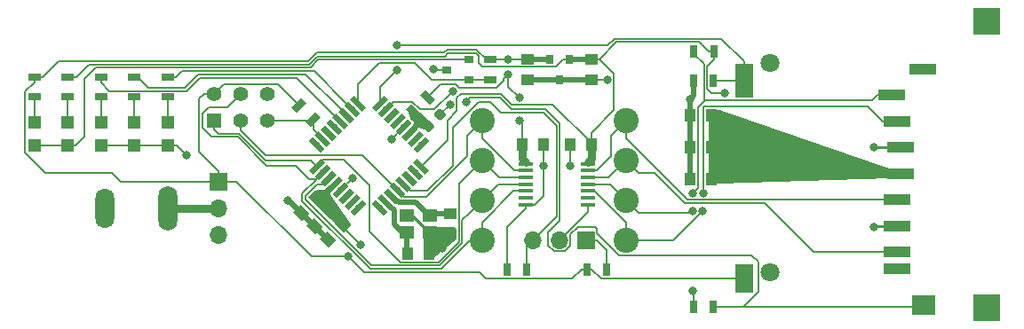
<source format=gbr>
G04 #@! TF.GenerationSoftware,KiCad,Pcbnew,5.0.0-fee4fd1~66~ubuntu14.04.1*
G04 #@! TF.CreationDate,2018-10-04T00:38:09-07:00*
G04 #@! TF.ProjectId,SD_card_dev,53445F636172645F6465762E6B696361,rev?*
G04 #@! TF.SameCoordinates,Original*
G04 #@! TF.FileFunction,Copper,L1,Top,Signal*
G04 #@! TF.FilePolarity,Positive*
%FSLAX46Y46*%
G04 Gerber Fmt 4.6, Leading zero omitted, Abs format (unit mm)*
G04 Created by KiCad (PCBNEW 5.0.0-fee4fd1~66~ubuntu14.04.1) date Thu Oct  4 00:38:09 2018*
%MOMM*%
%LPD*%
G01*
G04 APERTURE LIST*
G04 #@! TA.AperFunction,SMDPad,CuDef*
%ADD10R,1.000000X1.250000*%
G04 #@! TD*
G04 #@! TA.AperFunction,ComponentPad*
%ADD11O,1.800000X3.800000*%
G04 #@! TD*
G04 #@! TA.AperFunction,ComponentPad*
%ADD12O,1.800000X4.300000*%
G04 #@! TD*
G04 #@! TA.AperFunction,SMDPad,CuDef*
%ADD13R,1.250000X1.000000*%
G04 #@! TD*
G04 #@! TA.AperFunction,SMDPad,CuDef*
%ADD14C,1.000000*%
G04 #@! TD*
G04 #@! TA.AperFunction,Conductor*
%ADD15C,0.100000*%
G04 #@! TD*
G04 #@! TA.AperFunction,SMDPad,CuDef*
%ADD16C,0.875000*%
G04 #@! TD*
G04 #@! TA.AperFunction,SMDPad,CuDef*
%ADD17R,1.200000X1.200000*%
G04 #@! TD*
G04 #@! TA.AperFunction,ComponentPad*
%ADD18C,1.400000*%
G04 #@! TD*
G04 #@! TA.AperFunction,ComponentPad*
%ADD19R,1.400000X1.400000*%
G04 #@! TD*
G04 #@! TA.AperFunction,ComponentPad*
%ADD20R,1.700000X1.700000*%
G04 #@! TD*
G04 #@! TA.AperFunction,ComponentPad*
%ADD21O,1.700000X1.700000*%
G04 #@! TD*
G04 #@! TA.AperFunction,SMDPad,CuDef*
%ADD22R,2.600000X2.500000*%
G04 #@! TD*
G04 #@! TA.AperFunction,ComponentPad*
%ADD23C,1.800000*%
G04 #@! TD*
G04 #@! TA.AperFunction,SMDPad,CuDef*
%ADD24R,1.700000X3.300000*%
G04 #@! TD*
G04 #@! TA.AperFunction,SMDPad,CuDef*
%ADD25R,2.300000X1.950000*%
G04 #@! TD*
G04 #@! TA.AperFunction,SMDPad,CuDef*
%ADD26R,1.700000X2.800000*%
G04 #@! TD*
G04 #@! TA.AperFunction,SMDPad,CuDef*
%ADD27R,2.500000X1.100000*%
G04 #@! TD*
G04 #@! TA.AperFunction,SMDPad,CuDef*
%ADD28R,0.900000X0.800000*%
G04 #@! TD*
G04 #@! TA.AperFunction,SMDPad,CuDef*
%ADD29C,0.700000*%
G04 #@! TD*
G04 #@! TA.AperFunction,SMDPad,CuDef*
%ADD30R,1.300000X0.700000*%
G04 #@! TD*
G04 #@! TA.AperFunction,SMDPad,CuDef*
%ADD31R,0.700000X1.300000*%
G04 #@! TD*
G04 #@! TA.AperFunction,ComponentPad*
%ADD32C,2.400000*%
G04 #@! TD*
G04 #@! TA.AperFunction,SMDPad,CuDef*
%ADD33R,0.800000X0.900000*%
G04 #@! TD*
G04 #@! TA.AperFunction,SMDPad,CuDef*
%ADD34C,0.550000*%
G04 #@! TD*
G04 #@! TA.AperFunction,SMDPad,CuDef*
%ADD35R,1.450000X0.450000*%
G04 #@! TD*
G04 #@! TA.AperFunction,SMDPad,CuDef*
%ADD36R,1.400000X1.200000*%
G04 #@! TD*
G04 #@! TA.AperFunction,ViaPad*
%ADD37C,0.800000*%
G04 #@! TD*
G04 #@! TA.AperFunction,Conductor*
%ADD38C,0.254000*%
G04 #@! TD*
G04 #@! TA.AperFunction,Conductor*
%ADD39C,0.152400*%
G04 #@! TD*
G04 #@! TA.AperFunction,Conductor*
%ADD40C,0.508000*%
G04 #@! TD*
G04 #@! TA.AperFunction,Conductor*
%ADD41C,0.762000*%
G04 #@! TD*
G04 #@! TA.AperFunction,Conductor*
%ADD42C,0.200000*%
G04 #@! TD*
G04 APERTURE END LIST*
D10*
G04 #@! TO.P,C8,2*
G04 #@! TO.N,GND*
X107426000Y-109220000D03*
G04 #@! TO.P,C8,1*
G04 #@! TO.N,/XTAL1*
X105426000Y-109220000D03*
G04 #@! TD*
D11*
G04 #@! TO.P,J1,2*
G04 #@! TO.N,GND*
X76550000Y-104902000D03*
D12*
G04 #@! TO.P,J1,1*
G04 #@! TO.N,Net-(J1-Pad1)*
X82550000Y-104902000D03*
G04 #@! TD*
D13*
G04 #@! TO.P,C1,2*
G04 #@! TO.N,GND*
X116840000Y-92694000D03*
G04 #@! TO.P,C1,1*
G04 #@! TO.N,+5V*
X116840000Y-90694000D03*
G04 #@! TD*
G04 #@! TO.P,C2,2*
G04 #@! TO.N,GND*
X122936000Y-92694000D03*
G04 #@! TO.P,C2,1*
G04 #@! TO.N,+3V3*
X122936000Y-90694000D03*
G04 #@! TD*
D14*
G04 #@! TO.P,C3,2*
G04 #@! TO.N,GND*
X95304893Y-105355107D03*
D15*
G04 #@! TD*
G04 #@! TO.N,GND*
G04 #@! TO.C,C3*
G36*
X95216505Y-104559612D02*
X96100388Y-105443495D01*
X95393281Y-106150602D01*
X94509398Y-105266719D01*
X95216505Y-104559612D01*
X95216505Y-104559612D01*
G37*
D14*
G04 #@! TO.P,C3,1*
G04 #@! TO.N,+5V*
X96719107Y-103940893D03*
D15*
G04 #@! TD*
G04 #@! TO.N,+5V*
G04 #@! TO.C,C3*
G36*
X96630719Y-103145398D02*
X97514602Y-104029281D01*
X96807495Y-104736388D01*
X95923612Y-103852505D01*
X96630719Y-103145398D01*
X96630719Y-103145398D01*
G37*
D14*
G04 #@! TO.P,C4,2*
G04 #@! TO.N,GND*
X96574893Y-106625107D03*
D15*
G04 #@! TD*
G04 #@! TO.N,GND*
G04 #@! TO.C,C4*
G36*
X96486505Y-105829612D02*
X97370388Y-106713495D01*
X96663281Y-107420602D01*
X95779398Y-106536719D01*
X96486505Y-105829612D01*
X96486505Y-105829612D01*
G37*
D14*
G04 #@! TO.P,C4,1*
G04 #@! TO.N,+5V*
X97989107Y-105210893D03*
D15*
G04 #@! TD*
G04 #@! TO.N,+5V*
G04 #@! TO.C,C4*
G36*
X97900719Y-104415398D02*
X98784602Y-105299281D01*
X98077495Y-106006388D01*
X97193612Y-105122505D01*
X97900719Y-104415398D01*
X97900719Y-104415398D01*
G37*
D14*
G04 #@! TO.P,C5,2*
G04 #@! TO.N,GND*
X97844893Y-107895107D03*
D15*
G04 #@! TD*
G04 #@! TO.N,GND*
G04 #@! TO.C,C5*
G36*
X97756505Y-107099612D02*
X98640388Y-107983495D01*
X97933281Y-108690602D01*
X97049398Y-107806719D01*
X97756505Y-107099612D01*
X97756505Y-107099612D01*
G37*
D14*
G04 #@! TO.P,C5,1*
G04 #@! TO.N,+5V*
X99259107Y-106480893D03*
D15*
G04 #@! TD*
G04 #@! TO.N,+5V*
G04 #@! TO.C,C5*
G36*
X99170719Y-105685398D02*
X100054602Y-106569281D01*
X99347495Y-107276388D01*
X98463612Y-106392505D01*
X99170719Y-105685398D01*
X99170719Y-105685398D01*
G37*
G04 #@! TO.N,GND*
G04 #@! TO.C,C6*
G36*
X108501771Y-95409580D02*
X108523006Y-95412730D01*
X108543830Y-95417946D01*
X108564042Y-95425178D01*
X108583448Y-95434357D01*
X108601861Y-95445393D01*
X108619104Y-95458181D01*
X108635010Y-95472597D01*
X108997403Y-95834990D01*
X109011819Y-95850896D01*
X109024607Y-95868139D01*
X109035643Y-95886552D01*
X109044822Y-95905958D01*
X109052054Y-95926170D01*
X109057270Y-95946994D01*
X109060420Y-95968229D01*
X109061473Y-95989670D01*
X109060420Y-96011111D01*
X109057270Y-96032346D01*
X109052054Y-96053170D01*
X109044822Y-96073382D01*
X109035643Y-96092788D01*
X109024607Y-96111201D01*
X109011819Y-96128444D01*
X108997403Y-96144350D01*
X108688044Y-96453709D01*
X108672138Y-96468125D01*
X108654895Y-96480913D01*
X108636482Y-96491949D01*
X108617076Y-96501128D01*
X108596864Y-96508360D01*
X108576040Y-96513576D01*
X108554805Y-96516726D01*
X108533364Y-96517779D01*
X108511923Y-96516726D01*
X108490688Y-96513576D01*
X108469864Y-96508360D01*
X108449652Y-96501128D01*
X108430246Y-96491949D01*
X108411833Y-96480913D01*
X108394590Y-96468125D01*
X108378684Y-96453709D01*
X108016291Y-96091316D01*
X108001875Y-96075410D01*
X107989087Y-96058167D01*
X107978051Y-96039754D01*
X107968872Y-96020348D01*
X107961640Y-96000136D01*
X107956424Y-95979312D01*
X107953274Y-95958077D01*
X107952221Y-95936636D01*
X107953274Y-95915195D01*
X107956424Y-95893960D01*
X107961640Y-95873136D01*
X107968872Y-95852924D01*
X107978051Y-95833518D01*
X107989087Y-95815105D01*
X108001875Y-95797862D01*
X108016291Y-95781956D01*
X108325650Y-95472597D01*
X108341556Y-95458181D01*
X108358799Y-95445393D01*
X108377212Y-95434357D01*
X108396618Y-95425178D01*
X108416830Y-95417946D01*
X108437654Y-95412730D01*
X108458889Y-95409580D01*
X108480330Y-95408527D01*
X108501771Y-95409580D01*
X108501771Y-95409580D01*
G37*
D16*
G04 #@! TD*
G04 #@! TO.P,C6,2*
G04 #@! TO.N,GND*
X108506847Y-95963153D03*
D15*
G04 #@! TO.N,/AVCC*
G04 #@! TO.C,C6*
G36*
X107388077Y-96523274D02*
X107409312Y-96526424D01*
X107430136Y-96531640D01*
X107450348Y-96538872D01*
X107469754Y-96548051D01*
X107488167Y-96559087D01*
X107505410Y-96571875D01*
X107521316Y-96586291D01*
X107883709Y-96948684D01*
X107898125Y-96964590D01*
X107910913Y-96981833D01*
X107921949Y-97000246D01*
X107931128Y-97019652D01*
X107938360Y-97039864D01*
X107943576Y-97060688D01*
X107946726Y-97081923D01*
X107947779Y-97103364D01*
X107946726Y-97124805D01*
X107943576Y-97146040D01*
X107938360Y-97166864D01*
X107931128Y-97187076D01*
X107921949Y-97206482D01*
X107910913Y-97224895D01*
X107898125Y-97242138D01*
X107883709Y-97258044D01*
X107574350Y-97567403D01*
X107558444Y-97581819D01*
X107541201Y-97594607D01*
X107522788Y-97605643D01*
X107503382Y-97614822D01*
X107483170Y-97622054D01*
X107462346Y-97627270D01*
X107441111Y-97630420D01*
X107419670Y-97631473D01*
X107398229Y-97630420D01*
X107376994Y-97627270D01*
X107356170Y-97622054D01*
X107335958Y-97614822D01*
X107316552Y-97605643D01*
X107298139Y-97594607D01*
X107280896Y-97581819D01*
X107264990Y-97567403D01*
X106902597Y-97205010D01*
X106888181Y-97189104D01*
X106875393Y-97171861D01*
X106864357Y-97153448D01*
X106855178Y-97134042D01*
X106847946Y-97113830D01*
X106842730Y-97093006D01*
X106839580Y-97071771D01*
X106838527Y-97050330D01*
X106839580Y-97028889D01*
X106842730Y-97007654D01*
X106847946Y-96986830D01*
X106855178Y-96966618D01*
X106864357Y-96947212D01*
X106875393Y-96928799D01*
X106888181Y-96911556D01*
X106902597Y-96895650D01*
X107211956Y-96586291D01*
X107227862Y-96571875D01*
X107245105Y-96559087D01*
X107263518Y-96548051D01*
X107282924Y-96538872D01*
X107303136Y-96531640D01*
X107323960Y-96526424D01*
X107345195Y-96523274D01*
X107366636Y-96522221D01*
X107388077Y-96523274D01*
X107388077Y-96523274D01*
G37*
D16*
G04 #@! TD*
G04 #@! TO.P,C6,1*
G04 #@! TO.N,/AVCC*
X107393153Y-97076847D03*
D13*
G04 #@! TO.P,C7,2*
G04 #@! TO.N,GND*
X109474000Y-107426000D03*
G04 #@! TO.P,C7,1*
G04 #@! TO.N,/XTAL2*
X109474000Y-105426000D03*
G04 #@! TD*
D10*
G04 #@! TO.P,C9,2*
G04 #@! TO.N,GND*
X118348000Y-98806000D03*
G04 #@! TO.P,C9,1*
G04 #@! TO.N,+5V*
X116348000Y-98806000D03*
G04 #@! TD*
G04 #@! TO.P,C10,2*
G04 #@! TO.N,GND*
X120920000Y-98806000D03*
G04 #@! TO.P,C10,1*
G04 #@! TO.N,+3V3*
X122920000Y-98806000D03*
G04 #@! TD*
D17*
G04 #@! TO.P,D1,1*
G04 #@! TO.N,GND*
X76200000Y-98890000D03*
G04 #@! TO.P,D1,2*
G04 #@! TO.N,Net-(D1-Pad2)*
X76200000Y-96690000D03*
G04 #@! TD*
G04 #@! TO.P,D2,1*
G04 #@! TO.N,GND*
X79375000Y-98890000D03*
G04 #@! TO.P,D2,2*
G04 #@! TO.N,Net-(D2-Pad2)*
X79375000Y-96690000D03*
G04 #@! TD*
G04 #@! TO.P,D3,1*
G04 #@! TO.N,GND*
X82550000Y-98890000D03*
G04 #@! TO.P,D3,2*
G04 #@! TO.N,Net-(D3-Pad2)*
X82550000Y-96690000D03*
G04 #@! TD*
G04 #@! TO.P,D4,1*
G04 #@! TO.N,/cathode*
X69850000Y-98890000D03*
G04 #@! TO.P,D4,2*
G04 #@! TO.N,Net-(D4-Pad2)*
X69850000Y-96690000D03*
G04 #@! TD*
G04 #@! TO.P,D5,1*
G04 #@! TO.N,/cathode*
X73025000Y-98890000D03*
G04 #@! TO.P,D5,2*
G04 #@! TO.N,Net-(D5-Pad2)*
X73025000Y-96690000D03*
G04 #@! TD*
D18*
G04 #@! TO.P,J2,6*
G04 #@! TO.N,GND*
X92075000Y-93980000D03*
G04 #@! TO.P,J2,5*
G04 #@! TO.N,/RESET*
X92075000Y-96520000D03*
G04 #@! TO.P,J2,4*
G04 #@! TO.N,/MOSI*
X89535000Y-93980000D03*
G04 #@! TO.P,J2,3*
G04 #@! TO.N,/SCK*
X89535000Y-96520000D03*
G04 #@! TO.P,J2,2*
G04 #@! TO.N,+5V*
X86995000Y-93980000D03*
D19*
G04 #@! TO.P,J2,1*
G04 #@! TO.N,/MISO*
X86995000Y-96520000D03*
G04 #@! TD*
D20*
G04 #@! TO.P,J3,1*
G04 #@! TO.N,+5V*
X87376000Y-102362000D03*
D21*
G04 #@! TO.P,J3,2*
G04 #@! TO.N,Net-(J1-Pad1)*
X87376000Y-104902000D03*
G04 #@! TO.P,J3,3*
G04 #@! TO.N,Net-(J3-Pad3)*
X87376000Y-107442000D03*
G04 #@! TD*
D22*
G04 #@! TO.P,J4,*
G04 #@! TO.N,*
X160600000Y-87050000D03*
X160600000Y-114450000D03*
D23*
X140000000Y-111050000D03*
X140000000Y-91050000D03*
D24*
G04 #@! TO.P,J4,12*
G04 #@! TO.N,/Detect*
X137500000Y-92700000D03*
D25*
G04 #@! TO.P,J4,11*
G04 #@! TO.N,/Protect*
X154600000Y-114200000D03*
D26*
G04 #@! TO.P,J4,10*
G04 #@! TO.N,+5V*
X137500000Y-111600000D03*
D27*
G04 #@! TO.P,J4,9*
G04 #@! TO.N,Net-(J4-Pad9)*
X154500000Y-91600000D03*
G04 #@! TO.P,J4,8*
G04 #@! TO.N,Net-(J4-Pad8)*
X152100000Y-110725000D03*
G04 #@! TO.P,J4,7*
G04 #@! TO.N,/MISO_3V3*
X152100000Y-109100000D03*
G04 #@! TO.P,J4,6*
G04 #@! TO.N,GND*
X152100000Y-106600000D03*
G04 #@! TO.P,J4,5*
G04 #@! TO.N,/SCK_3V3*
X152100000Y-104100000D03*
G04 #@! TO.P,J4,4*
G04 #@! TO.N,+3V3*
X152400000Y-101600000D03*
G04 #@! TO.P,J4,3*
G04 #@! TO.N,GND*
X152400000Y-99100000D03*
G04 #@! TO.P,J4,2*
G04 #@! TO.N,/MOSI_3v3*
X152100000Y-96600000D03*
G04 #@! TO.P,J4,1*
G04 #@! TO.N,/SS_3V3*
X151600000Y-94100000D03*
G04 #@! TD*
D20*
G04 #@! TO.P,J5,1*
G04 #@! TO.N,Net-(J5-Pad1)*
X122428000Y-107950000D03*
D21*
G04 #@! TO.P,J5,2*
G04 #@! TO.N,/OE*
X119888000Y-107950000D03*
G04 #@! TO.P,J5,3*
G04 #@! TO.N,/OE_IO*
X117348000Y-107950000D03*
G04 #@! TD*
D28*
G04 #@! TO.P,Q1,3*
G04 #@! TO.N,GND*
X109186000Y-91694000D03*
G04 #@! TO.P,Q1,2*
G04 #@! TO.N,/cathode*
X111286000Y-90744000D03*
G04 #@! TO.P,Q1,1*
G04 #@! TO.N,/LED_drive*
X111286000Y-92644000D03*
G04 #@! TD*
D29*
G04 #@! TO.P,R1,2*
G04 #@! TO.N,/AVCC*
X106008249Y-95667751D03*
D15*
G04 #@! TD*
G04 #@! TO.N,/AVCC*
G04 #@! TO.C,R1*
G36*
X105796117Y-94960644D02*
X106715356Y-95879883D01*
X106220381Y-96374858D01*
X105301142Y-95455619D01*
X105796117Y-94960644D01*
X105796117Y-94960644D01*
G37*
D29*
G04 #@! TO.P,R1,1*
G04 #@! TO.N,+5V*
X107351751Y-94324249D03*
D15*
G04 #@! TD*
G04 #@! TO.N,+5V*
G04 #@! TO.C,R1*
G36*
X107139619Y-93617142D02*
X108058858Y-94536381D01*
X107563883Y-95031356D01*
X106644644Y-94112117D01*
X107139619Y-93617142D01*
X107139619Y-93617142D01*
G37*
D29*
G04 #@! TO.P,R2,2*
G04 #@! TO.N,/RESET*
X96429751Y-96429751D03*
D15*
G04 #@! TD*
G04 #@! TO.N,/RESET*
G04 #@! TO.C,R2*
G36*
X95722644Y-96641883D02*
X96641883Y-95722644D01*
X97136858Y-96217619D01*
X96217619Y-97136858D01*
X95722644Y-96641883D01*
X95722644Y-96641883D01*
G37*
D29*
G04 #@! TO.P,R2,1*
G04 #@! TO.N,+5V*
X95086249Y-95086249D03*
D15*
G04 #@! TD*
G04 #@! TO.N,+5V*
G04 #@! TO.C,R2*
G36*
X94379142Y-95298381D02*
X95298381Y-94379142D01*
X95793356Y-94874117D01*
X94874117Y-95793356D01*
X94379142Y-95298381D01*
X94379142Y-95298381D01*
G37*
D30*
G04 #@! TO.P,R3,2*
G04 #@! TO.N,Net-(D1-Pad2)*
X76200000Y-94295000D03*
G04 #@! TO.P,R3,1*
G04 #@! TO.N,/LED1*
X76200000Y-92395000D03*
G04 #@! TD*
G04 #@! TO.P,R4,2*
G04 #@! TO.N,Net-(D2-Pad2)*
X79375000Y-94295000D03*
G04 #@! TO.P,R4,1*
G04 #@! TO.N,/LED2*
X79375000Y-92395000D03*
G04 #@! TD*
D31*
G04 #@! TO.P,R5,2*
G04 #@! TO.N,GND*
X132654000Y-114300000D03*
G04 #@! TO.P,R5,1*
G04 #@! TO.N,/Protect*
X134554000Y-114300000D03*
G04 #@! TD*
D30*
G04 #@! TO.P,R6,2*
G04 #@! TO.N,Net-(D3-Pad2)*
X82550000Y-94295000D03*
G04 #@! TO.P,R6,1*
G04 #@! TO.N,/LED3*
X82550000Y-92395000D03*
G04 #@! TD*
D31*
G04 #@! TO.P,R7,2*
G04 #@! TO.N,GND*
X132654000Y-92710000D03*
G04 #@! TO.P,R7,1*
G04 #@! TO.N,/Detect*
X134554000Y-92710000D03*
G04 #@! TD*
G04 #@! TO.P,R8,2*
G04 #@! TO.N,Net-(J5-Pad1)*
X124394000Y-110744000D03*
G04 #@! TO.P,R8,1*
G04 #@! TO.N,+5V*
X122494000Y-110744000D03*
G04 #@! TD*
G04 #@! TO.P,R9,2*
G04 #@! TO.N,GND*
X114874000Y-110744000D03*
G04 #@! TO.P,R9,1*
G04 #@! TO.N,/OE_IO*
X116774000Y-110744000D03*
G04 #@! TD*
D30*
G04 #@! TO.P,R10,2*
G04 #@! TO.N,Net-(D4-Pad2)*
X69850000Y-94295000D03*
G04 #@! TO.P,R10,1*
G04 #@! TO.N,+5V*
X69850000Y-92395000D03*
G04 #@! TD*
G04 #@! TO.P,R11,2*
G04 #@! TO.N,Net-(D5-Pad2)*
X73025000Y-94295000D03*
G04 #@! TO.P,R11,1*
G04 #@! TO.N,+3V3*
X73025000Y-92395000D03*
G04 #@! TD*
G04 #@! TO.P,R12,2*
G04 #@! TO.N,/LED_drive*
X113284000Y-92644000D03*
G04 #@! TO.P,R12,1*
G04 #@! TO.N,+5V*
X113284000Y-90744000D03*
G04 #@! TD*
D31*
G04 #@! TO.P,R13,2*
G04 #@! TO.N,/SS_3V3*
X132720000Y-89916000D03*
G04 #@! TO.P,R13,1*
G04 #@! TO.N,+3V3*
X134620000Y-89916000D03*
G04 #@! TD*
D32*
G04 #@! TO.P,MISO,1*
G04 #@! TO.N,/MISO*
X112522000Y-100330000D03*
G04 #@! TD*
G04 #@! TO.P,CS,1*
G04 #@! TO.N,/SS*
X112522000Y-104140000D03*
G04 #@! TD*
G04 #@! TO.P,MOSI,1*
G04 #@! TO.N,/MOSI*
X112522000Y-107950000D03*
G04 #@! TD*
G04 #@! TO.P,SCK,1*
G04 #@! TO.N,/SCK*
X112522000Y-96520000D03*
G04 #@! TD*
G04 #@! TO.P,CS,1*
G04 #@! TO.N,/SS_3V3*
X126238000Y-104140000D03*
G04 #@! TD*
G04 #@! TO.P,SCK,1*
G04 #@! TO.N,/SCK_3V3*
X126238000Y-96520000D03*
G04 #@! TD*
G04 #@! TO.P,MISO,1*
G04 #@! TO.N,/MISO_3V3*
X126238000Y-100330000D03*
G04 #@! TD*
G04 #@! TO.P,MOSI,1*
G04 #@! TO.N,/MOSI_3v3*
X126238000Y-107950000D03*
G04 #@! TD*
D33*
G04 #@! TO.P,U1,1*
G04 #@! TO.N,+3V3*
X120838000Y-90694000D03*
G04 #@! TO.P,U1,2*
G04 #@! TO.N,+5V*
X118938000Y-90694000D03*
G04 #@! TO.P,U1,3*
G04 #@! TO.N,GND*
X119888000Y-92694000D03*
G04 #@! TD*
D34*
G04 #@! TO.P,U2,32*
G04 #@! TO.N,Net-(U2-Pad32)*
X96767480Y-98863685D03*
D15*
G04 #@! TD*
G04 #@! TO.N,Net-(U2-Pad32)*
G04 #@! TO.C,U2*
G36*
X97527620Y-99234916D02*
X97138711Y-99623825D01*
X96007340Y-98492454D01*
X96396249Y-98103545D01*
X97527620Y-99234916D01*
X97527620Y-99234916D01*
G37*
D34*
G04 #@! TO.P,U2,31*
G04 #@! TO.N,/RESET*
X97333166Y-98298000D03*
D15*
G04 #@! TD*
G04 #@! TO.N,/RESET*
G04 #@! TO.C,U2*
G36*
X98093306Y-98669231D02*
X97704397Y-99058140D01*
X96573026Y-97926769D01*
X96961935Y-97537860D01*
X98093306Y-98669231D01*
X98093306Y-98669231D01*
G37*
D34*
G04 #@! TO.P,U2,30*
G04 #@! TO.N,Net-(U2-Pad30)*
X97898851Y-97732314D03*
D15*
G04 #@! TD*
G04 #@! TO.N,Net-(U2-Pad30)*
G04 #@! TO.C,U2*
G36*
X98658991Y-98103545D02*
X98270082Y-98492454D01*
X97138711Y-97361083D01*
X97527620Y-96972174D01*
X98658991Y-98103545D01*
X98658991Y-98103545D01*
G37*
D34*
G04 #@! TO.P,U2,29*
G04 #@! TO.N,Net-(U2-Pad29)*
X98464536Y-97166629D03*
D15*
G04 #@! TD*
G04 #@! TO.N,Net-(U2-Pad29)*
G04 #@! TO.C,U2*
G36*
X99224676Y-97537860D02*
X98835767Y-97926769D01*
X97704396Y-96795398D01*
X98093305Y-96406489D01*
X99224676Y-97537860D01*
X99224676Y-97537860D01*
G37*
D34*
G04 #@! TO.P,U2,28*
G04 #@! TO.N,/LED1*
X99030222Y-96600943D03*
D15*
G04 #@! TD*
G04 #@! TO.N,/LED1*
G04 #@! TO.C,U2*
G36*
X99790362Y-96972174D02*
X99401453Y-97361083D01*
X98270082Y-96229712D01*
X98658991Y-95840803D01*
X99790362Y-96972174D01*
X99790362Y-96972174D01*
G37*
D34*
G04 #@! TO.P,U2,27*
G04 #@! TO.N,/LED2*
X99595907Y-96035258D03*
D15*
G04 #@! TD*
G04 #@! TO.N,/LED2*
G04 #@! TO.C,U2*
G36*
X100356047Y-96406489D02*
X99967138Y-96795398D01*
X98835767Y-95664027D01*
X99224676Y-95275118D01*
X100356047Y-96406489D01*
X100356047Y-96406489D01*
G37*
D34*
G04 #@! TO.P,U2,26*
G04 #@! TO.N,/LED3*
X100161593Y-95469573D03*
D15*
G04 #@! TD*
G04 #@! TO.N,/LED3*
G04 #@! TO.C,U2*
G36*
X100921733Y-95840804D02*
X100532824Y-96229713D01*
X99401453Y-95098342D01*
X99790362Y-94709433D01*
X100921733Y-95840804D01*
X100921733Y-95840804D01*
G37*
D34*
G04 #@! TO.P,U2,25*
G04 #@! TO.N,/LED_drive*
X100727278Y-94903887D03*
D15*
G04 #@! TD*
G04 #@! TO.N,/LED_drive*
G04 #@! TO.C,U2*
G36*
X101487418Y-95275118D02*
X101098509Y-95664027D01*
X99967138Y-94532656D01*
X100356047Y-94143747D01*
X101487418Y-95275118D01*
X101487418Y-95275118D01*
G37*
D34*
G04 #@! TO.P,U2,24*
G04 #@! TO.N,/Detect*
X102777888Y-94903887D03*
D15*
G04 #@! TD*
G04 #@! TO.N,/Detect*
G04 #@! TO.C,U2*
G36*
X102406657Y-95664027D02*
X102017748Y-95275118D01*
X103149119Y-94143747D01*
X103538028Y-94532656D01*
X102406657Y-95664027D01*
X102406657Y-95664027D01*
G37*
D34*
G04 #@! TO.P,U2,23*
G04 #@! TO.N,/Protect*
X103343573Y-95469573D03*
D15*
G04 #@! TD*
G04 #@! TO.N,/Protect*
G04 #@! TO.C,U2*
G36*
X102972342Y-96229713D02*
X102583433Y-95840804D01*
X103714804Y-94709433D01*
X104103713Y-95098342D01*
X102972342Y-96229713D01*
X102972342Y-96229713D01*
G37*
D34*
G04 #@! TO.P,U2,22*
G04 #@! TO.N,Net-(U2-Pad22)*
X103909259Y-96035258D03*
D15*
G04 #@! TD*
G04 #@! TO.N,Net-(U2-Pad22)*
G04 #@! TO.C,U2*
G36*
X103538028Y-96795398D02*
X103149119Y-96406489D01*
X104280490Y-95275118D01*
X104669399Y-95664027D01*
X103538028Y-96795398D01*
X103538028Y-96795398D01*
G37*
D34*
G04 #@! TO.P,U2,21*
G04 #@! TO.N,Net-(U2-Pad21)*
X104474944Y-96600943D03*
D15*
G04 #@! TD*
G04 #@! TO.N,Net-(U2-Pad21)*
G04 #@! TO.C,U2*
G36*
X104103713Y-97361083D02*
X103714804Y-96972174D01*
X104846175Y-95840803D01*
X105235084Y-96229712D01*
X104103713Y-97361083D01*
X104103713Y-97361083D01*
G37*
D34*
G04 #@! TO.P,U2,20*
G04 #@! TO.N,GND*
X105040630Y-97166629D03*
D15*
G04 #@! TD*
G04 #@! TO.N,GND*
G04 #@! TO.C,U2*
G36*
X104669399Y-97926769D02*
X104280490Y-97537860D01*
X105411861Y-96406489D01*
X105800770Y-96795398D01*
X104669399Y-97926769D01*
X104669399Y-97926769D01*
G37*
D34*
G04 #@! TO.P,U2,19*
G04 #@! TO.N,/AVCC*
X105606315Y-97732314D03*
D15*
G04 #@! TD*
G04 #@! TO.N,/AVCC*
G04 #@! TO.C,U2*
G36*
X105235084Y-98492454D02*
X104846175Y-98103545D01*
X105977546Y-96972174D01*
X106366455Y-97361083D01*
X105235084Y-98492454D01*
X105235084Y-98492454D01*
G37*
D34*
G04 #@! TO.P,U2,18*
G04 #@! TO.N,Net-(U2-Pad18)*
X106172000Y-98298000D03*
D15*
G04 #@! TD*
G04 #@! TO.N,Net-(U2-Pad18)*
G04 #@! TO.C,U2*
G36*
X105800769Y-99058140D02*
X105411860Y-98669231D01*
X106543231Y-97537860D01*
X106932140Y-97926769D01*
X105800769Y-99058140D01*
X105800769Y-99058140D01*
G37*
D34*
G04 #@! TO.P,U2,17*
G04 #@! TO.N,Net-(U2-Pad17)*
X106737686Y-98863685D03*
D15*
G04 #@! TD*
G04 #@! TO.N,Net-(U2-Pad17)*
G04 #@! TO.C,U2*
G36*
X106366455Y-99623825D02*
X105977546Y-99234916D01*
X107108917Y-98103545D01*
X107497826Y-98492454D01*
X106366455Y-99623825D01*
X106366455Y-99623825D01*
G37*
D34*
G04 #@! TO.P,U2,16*
G04 #@! TO.N,+3V3*
X106737686Y-100914295D03*
D15*
G04 #@! TD*
G04 #@! TO.N,+3V3*
G04 #@! TO.C,U2*
G36*
X107497826Y-101285526D02*
X107108917Y-101674435D01*
X105977546Y-100543064D01*
X106366455Y-100154155D01*
X107497826Y-101285526D01*
X107497826Y-101285526D01*
G37*
D34*
G04 #@! TO.P,U2,15*
G04 #@! TO.N,Net-(U2-Pad15)*
X106172000Y-101479980D03*
D15*
G04 #@! TD*
G04 #@! TO.N,Net-(U2-Pad15)*
G04 #@! TO.C,U2*
G36*
X106932140Y-101851211D02*
X106543231Y-102240120D01*
X105411860Y-101108749D01*
X105800769Y-100719840D01*
X106932140Y-101851211D01*
X106932140Y-101851211D01*
G37*
D34*
G04 #@! TO.P,U2,14*
G04 #@! TO.N,Net-(U2-Pad14)*
X105606315Y-102045666D03*
D15*
G04 #@! TD*
G04 #@! TO.N,Net-(U2-Pad14)*
G04 #@! TO.C,U2*
G36*
X106366455Y-102416897D02*
X105977546Y-102805806D01*
X104846175Y-101674435D01*
X105235084Y-101285526D01*
X106366455Y-102416897D01*
X106366455Y-102416897D01*
G37*
D34*
G04 #@! TO.P,U2,13*
G04 #@! TO.N,/OE_IO*
X105040630Y-102611351D03*
D15*
G04 #@! TD*
G04 #@! TO.N,/OE_IO*
G04 #@! TO.C,U2*
G36*
X105800770Y-102982582D02*
X105411861Y-103371491D01*
X104280490Y-102240120D01*
X104669399Y-101851211D01*
X105800770Y-102982582D01*
X105800770Y-102982582D01*
G37*
D34*
G04 #@! TO.P,U2,12*
G04 #@! TO.N,/SCK*
X104474944Y-103177037D03*
D15*
G04 #@! TD*
G04 #@! TO.N,/SCK*
G04 #@! TO.C,U2*
G36*
X105235084Y-103548268D02*
X104846175Y-103937177D01*
X103714804Y-102805806D01*
X104103713Y-102416897D01*
X105235084Y-103548268D01*
X105235084Y-103548268D01*
G37*
D34*
G04 #@! TO.P,U2,11*
G04 #@! TO.N,/XTAL2*
X103909259Y-103742722D03*
D15*
G04 #@! TD*
G04 #@! TO.N,/XTAL2*
G04 #@! TO.C,U2*
G36*
X104669399Y-104113953D02*
X104280490Y-104502862D01*
X103149119Y-103371491D01*
X103538028Y-102982582D01*
X104669399Y-104113953D01*
X104669399Y-104113953D01*
G37*
D34*
G04 #@! TO.P,U2,10*
G04 #@! TO.N,/XTAL1*
X103343573Y-104308407D03*
D15*
G04 #@! TD*
G04 #@! TO.N,/XTAL1*
G04 #@! TO.C,U2*
G36*
X104103713Y-104679638D02*
X103714804Y-105068547D01*
X102583433Y-103937176D01*
X102972342Y-103548267D01*
X104103713Y-104679638D01*
X104103713Y-104679638D01*
G37*
D34*
G04 #@! TO.P,U2,9*
G04 #@! TO.N,Net-(U2-Pad9)*
X102777888Y-104874093D03*
D15*
G04 #@! TD*
G04 #@! TO.N,Net-(U2-Pad9)*
G04 #@! TO.C,U2*
G36*
X103538028Y-105245324D02*
X103149119Y-105634233D01*
X102017748Y-104502862D01*
X102406657Y-104113953D01*
X103538028Y-105245324D01*
X103538028Y-105245324D01*
G37*
D34*
G04 #@! TO.P,U2,8*
G04 #@! TO.N,Net-(U2-Pad8)*
X100727278Y-104874093D03*
D15*
G04 #@! TD*
G04 #@! TO.N,Net-(U2-Pad8)*
G04 #@! TO.C,U2*
G36*
X100356047Y-105634233D02*
X99967138Y-105245324D01*
X101098509Y-104113953D01*
X101487418Y-104502862D01*
X100356047Y-105634233D01*
X100356047Y-105634233D01*
G37*
D34*
G04 #@! TO.P,U2,7*
G04 #@! TO.N,Net-(U2-Pad7)*
X100161593Y-104308407D03*
D15*
G04 #@! TD*
G04 #@! TO.N,Net-(U2-Pad7)*
G04 #@! TO.C,U2*
G36*
X99790362Y-105068547D02*
X99401453Y-104679638D01*
X100532824Y-103548267D01*
X100921733Y-103937176D01*
X99790362Y-105068547D01*
X99790362Y-105068547D01*
G37*
D34*
G04 #@! TO.P,U2,6*
G04 #@! TO.N,Net-(U2-Pad6)*
X99595907Y-103742722D03*
D15*
G04 #@! TD*
G04 #@! TO.N,Net-(U2-Pad6)*
G04 #@! TO.C,U2*
G36*
X99224676Y-104502862D02*
X98835767Y-104113953D01*
X99967138Y-102982582D01*
X100356047Y-103371491D01*
X99224676Y-104502862D01*
X99224676Y-104502862D01*
G37*
D34*
G04 #@! TO.P,U2,5*
G04 #@! TO.N,GND*
X99030222Y-103177037D03*
D15*
G04 #@! TD*
G04 #@! TO.N,GND*
G04 #@! TO.C,U2*
G36*
X98658991Y-103937177D02*
X98270082Y-103548268D01*
X99401453Y-102416897D01*
X99790362Y-102805806D01*
X98658991Y-103937177D01*
X98658991Y-103937177D01*
G37*
D34*
G04 #@! TO.P,U2,4*
G04 #@! TO.N,+5V*
X98464536Y-102611351D03*
D15*
G04 #@! TD*
G04 #@! TO.N,+5V*
G04 #@! TO.C,U2*
G36*
X98093305Y-103371491D02*
X97704396Y-102982582D01*
X98835767Y-101851211D01*
X99224676Y-102240120D01*
X98093305Y-103371491D01*
X98093305Y-103371491D01*
G37*
D34*
G04 #@! TO.P,U2,3*
G04 #@! TO.N,/SS*
X97898851Y-102045666D03*
D15*
G04 #@! TD*
G04 #@! TO.N,/SS*
G04 #@! TO.C,U2*
G36*
X97527620Y-102805806D02*
X97138711Y-102416897D01*
X98270082Y-101285526D01*
X98658991Y-101674435D01*
X97527620Y-102805806D01*
X97527620Y-102805806D01*
G37*
D34*
G04 #@! TO.P,U2,2*
G04 #@! TO.N,/MOSI*
X97333166Y-101479980D03*
D15*
G04 #@! TD*
G04 #@! TO.N,/MOSI*
G04 #@! TO.C,U2*
G36*
X96961935Y-102240120D02*
X96573026Y-101851211D01*
X97704397Y-100719840D01*
X98093306Y-101108749D01*
X96961935Y-102240120D01*
X96961935Y-102240120D01*
G37*
D34*
G04 #@! TO.P,U2,1*
G04 #@! TO.N,/MISO*
X96767480Y-100914295D03*
D15*
G04 #@! TD*
G04 #@! TO.N,/MISO*
G04 #@! TO.C,U2*
G36*
X96396249Y-101674435D02*
X96007340Y-101285526D01*
X97138711Y-100154155D01*
X97527620Y-100543064D01*
X96396249Y-101674435D01*
X96396249Y-101674435D01*
G37*
D35*
G04 #@! TO.P,U3,1*
G04 #@! TO.N,+5V*
X116684000Y-100666000D03*
G04 #@! TO.P,U3,2*
G04 #@! TO.N,/SCK*
X116684000Y-101316000D03*
G04 #@! TO.P,U3,3*
G04 #@! TO.N,/MISO*
X116684000Y-101966000D03*
G04 #@! TO.P,U3,4*
G04 #@! TO.N,/SS*
X116684000Y-102616000D03*
G04 #@! TO.P,U3,5*
G04 #@! TO.N,/MOSI*
X116684000Y-103266000D03*
G04 #@! TO.P,U3,6*
G04 #@! TO.N,Net-(U3-Pad6)*
X116684000Y-103916000D03*
G04 #@! TO.P,U3,7*
G04 #@! TO.N,GND*
X116684000Y-104566000D03*
G04 #@! TO.P,U3,8*
G04 #@! TO.N,/OE*
X122584000Y-104566000D03*
G04 #@! TO.P,U3,9*
G04 #@! TO.N,Net-(U3-Pad9)*
X122584000Y-103916000D03*
G04 #@! TO.P,U3,10*
G04 #@! TO.N,/MOSI_3v3*
X122584000Y-103266000D03*
G04 #@! TO.P,U3,11*
G04 #@! TO.N,/SS_3V3*
X122584000Y-102616000D03*
G04 #@! TO.P,U3,12*
G04 #@! TO.N,/MISO_3V3*
X122584000Y-101966000D03*
G04 #@! TO.P,U3,13*
G04 #@! TO.N,/SCK_3V3*
X122584000Y-101316000D03*
G04 #@! TO.P,U3,14*
G04 #@! TO.N,+3V3*
X122584000Y-100666000D03*
G04 #@! TD*
D36*
G04 #@! TO.P,Y1,4*
G04 #@! TO.N,GND*
X107526000Y-107226000D03*
G04 #@! TO.P,Y1,3*
G04 #@! TO.N,/XTAL1*
X105326000Y-107226000D03*
G04 #@! TO.P,Y1,2*
G04 #@! TO.N,GND*
X105326000Y-105626000D03*
G04 #@! TO.P,Y1,1*
G04 #@! TO.N,/XTAL2*
X107526000Y-105626000D03*
G04 #@! TD*
D10*
G04 #@! TO.P,C11,1*
G04 #@! TO.N,+3V3*
X134350000Y-102108000D03*
G04 #@! TO.P,C11,2*
G04 #@! TO.N,GND*
X132350000Y-102108000D03*
G04 #@! TD*
G04 #@! TO.P,C12,2*
G04 #@! TO.N,GND*
X132350000Y-99060000D03*
G04 #@! TO.P,C12,1*
G04 #@! TO.N,+3V3*
X134350000Y-99060000D03*
G04 #@! TD*
G04 #@! TO.P,C13,1*
G04 #@! TO.N,+3V3*
X134350000Y-96012000D03*
G04 #@! TO.P,C13,2*
G04 #@! TO.N,GND*
X132350000Y-96012000D03*
G04 #@! TD*
D37*
G04 #@! TO.N,GND*
X108712000Y-108712000D03*
X84328000Y-99822000D03*
X118364000Y-100838000D03*
X120904000Y-100838000D03*
X93980000Y-104140000D03*
X149860000Y-106680000D03*
X149860000Y-99060000D03*
X132588000Y-112776000D03*
X109474000Y-94996000D03*
X107873800Y-91668600D03*
X124485400Y-92659200D03*
X100177600Y-102057200D03*
X103886000Y-98323400D03*
X132350000Y-94488000D03*
G04 #@! TO.N,+5V*
X115011200Y-92151200D03*
X115011200Y-90744000D03*
X99797672Y-109523728D03*
X100914188Y-108407212D03*
X116078000Y-96520000D03*
X116078000Y-94367400D03*
G04 #@! TO.N,+3V3*
X135636000Y-93950001D03*
X136144000Y-96520000D03*
G04 #@! TO.N,/SS_3V3*
X132588000Y-105156000D03*
X132588000Y-103471400D03*
G04 #@! TO.N,/MOSI_3v3*
X133540403Y-105156000D03*
X133604000Y-103471400D03*
G04 #@! TO.N,/Protect*
X110998000Y-94742000D03*
X109728000Y-93726000D03*
G04 #@! TO.N,/Detect*
X104394000Y-91694000D03*
X104394000Y-89389000D03*
G04 #@! TD*
D38*
G04 #@! TO.N,GND*
X107426000Y-107226000D02*
X107526000Y-107226000D01*
X105826000Y-105626000D02*
X107426000Y-107226000D01*
X105326000Y-105626000D02*
X105826000Y-105626000D01*
D39*
X76952400Y-98890000D02*
X82550000Y-98890000D01*
X76200000Y-98890000D02*
X76952400Y-98890000D01*
X83396000Y-98890000D02*
X84328000Y-99822000D01*
X82550000Y-98890000D02*
X83396000Y-98890000D01*
X118348000Y-100822000D02*
X118364000Y-100838000D01*
X118348000Y-98806000D02*
X118348000Y-100822000D01*
X120920000Y-100822000D02*
X120904000Y-100838000D01*
X120920000Y-98806000D02*
X120920000Y-100822000D01*
X118364000Y-101403685D02*
X118364000Y-100838000D01*
X118364000Y-103763400D02*
X118364000Y-101403685D01*
X117561400Y-104566000D02*
X118364000Y-103763400D01*
X116684000Y-104566000D02*
X117561400Y-104566000D01*
D40*
X94089786Y-104140000D02*
X93980000Y-104140000D01*
X97844893Y-107895107D02*
X94089786Y-104140000D01*
D38*
X149940000Y-106600000D02*
X149860000Y-106680000D01*
X152100000Y-106600000D02*
X149940000Y-106600000D01*
X149900000Y-99100000D02*
X149860000Y-99060000D01*
X152400000Y-99100000D02*
X149900000Y-99100000D01*
D39*
X132654000Y-112842000D02*
X132588000Y-112776000D01*
X132654000Y-114300000D02*
X132654000Y-112842000D01*
D40*
X116840000Y-92694000D02*
X122936000Y-92694000D01*
D39*
X108506847Y-95963153D02*
X109474000Y-94996000D01*
X107899200Y-91694000D02*
X107873800Y-91668600D01*
X109186000Y-91694000D02*
X107899200Y-91694000D01*
X124450600Y-92694000D02*
X124485400Y-92659200D01*
X122936000Y-92694000D02*
X124450600Y-92694000D01*
X100150059Y-102057200D02*
X100177600Y-102057200D01*
X99030222Y-103177037D02*
X100150059Y-102057200D01*
X103886000Y-98321259D02*
X103886000Y-98323400D01*
X105040630Y-97166629D02*
X103886000Y-98321259D01*
D40*
X132654000Y-94184000D02*
X132350000Y-94488000D01*
X132654000Y-92710000D02*
X132654000Y-94184000D01*
X132350000Y-102108000D02*
X132350000Y-94488000D01*
D39*
X114874000Y-109941600D02*
X114874000Y-110744000D01*
X114874000Y-106753400D02*
X114874000Y-109941600D01*
X116684000Y-104943400D02*
X114874000Y-106753400D01*
X116684000Y-104566000D02*
X116684000Y-104943400D01*
G04 #@! TO.N,+5V*
X87376000Y-101359600D02*
X87376000Y-102362000D01*
X85547190Y-99530790D02*
X87376000Y-101359600D01*
X85547190Y-94437861D02*
X85547190Y-99530790D01*
X86005051Y-93980000D02*
X85547190Y-94437861D01*
X86995000Y-93980000D02*
X86005051Y-93980000D01*
X69850000Y-92897400D02*
X69850000Y-92395000D01*
X68971399Y-93776001D02*
X69850000Y-92897400D01*
X68971399Y-99622881D02*
X68971399Y-93776001D01*
X70866000Y-101517482D02*
X68971399Y-99622881D01*
X77216000Y-101517482D02*
X70866000Y-101517482D01*
X78060518Y-102362000D02*
X77216000Y-101517482D01*
X87376000Y-102362000D02*
X78060518Y-102362000D01*
D41*
X116684000Y-100529000D02*
X116684000Y-100557599D01*
X116348000Y-100193000D02*
X116684000Y-100529000D01*
X116348000Y-98806000D02*
X116348000Y-100193000D01*
D39*
X94768052Y-94768052D02*
X95086249Y-95086249D01*
X93051399Y-93051399D02*
X94768052Y-94768052D01*
X87923601Y-93051399D02*
X93051399Y-93051399D01*
X86995000Y-93980000D02*
X87923601Y-93051399D01*
D40*
X116840000Y-90694000D02*
X118938000Y-90694000D01*
D39*
X112984000Y-90744000D02*
X113284000Y-90744000D01*
X109220734Y-89738200D02*
X111978200Y-89738200D01*
X108941334Y-90017600D02*
X109220734Y-89738200D01*
X96774000Y-90017600D02*
X108941334Y-90017600D01*
X72191600Y-90855800D02*
X95935800Y-90855800D01*
X111978200Y-89738200D02*
X112984000Y-90744000D01*
X70652400Y-92395000D02*
X72191600Y-90855800D01*
X95935800Y-90855800D02*
X96774000Y-90017600D01*
X69850000Y-92395000D02*
X70652400Y-92395000D01*
X116790000Y-90744000D02*
X116840000Y-90694000D01*
X115011200Y-92328282D02*
X115011200Y-92151200D01*
X115011200Y-90744000D02*
X116790000Y-90744000D01*
X113284000Y-90744000D02*
X115011200Y-90744000D01*
X87376000Y-102362000D02*
X89128600Y-102362000D01*
X96290328Y-109523728D02*
X99797672Y-109523728D01*
X89128600Y-102362000D02*
X96290328Y-109523728D01*
X99259107Y-106752131D02*
X99259107Y-106480893D01*
X100914188Y-108407212D02*
X99259107Y-106752131D01*
X101271944Y-110998000D02*
X112268000Y-110998000D01*
X99797672Y-109523728D02*
X101271944Y-110998000D01*
X121112999Y-111622601D02*
X121991600Y-110744000D01*
X112892601Y-111622601D02*
X121112999Y-111622601D01*
X121991600Y-110744000D02*
X122494000Y-110744000D01*
X112268000Y-110998000D02*
X112892601Y-111622601D01*
X136474999Y-111622601D02*
X136497600Y-111600000D01*
X123875001Y-111622601D02*
X136474999Y-111622601D01*
X136497600Y-111600000D02*
X137500000Y-111600000D01*
X122996400Y-110744000D02*
X123875001Y-111622601D01*
X122494000Y-110744000D02*
X122996400Y-110744000D01*
X116348000Y-98806000D02*
X116348000Y-97418600D01*
X116348000Y-96790000D02*
X116078000Y-96520000D01*
X116348000Y-97418600D02*
X116348000Y-96790000D01*
X115011200Y-93300600D02*
X115011200Y-92151200D01*
X116078000Y-94367400D02*
X115011200Y-93300600D01*
X107669948Y-94006052D02*
X107351751Y-94324249D01*
X108578601Y-93097399D02*
X107669948Y-94006052D01*
X110029729Y-93097399D02*
X108578601Y-93097399D01*
X113915211Y-93424271D02*
X110356601Y-93424271D01*
X110356601Y-93424271D02*
X110029729Y-93097399D01*
X114611201Y-92728281D02*
X113915211Y-93424271D01*
X114611201Y-92551199D02*
X114611201Y-92728281D01*
X115011200Y-92151200D02*
X114611201Y-92551199D01*
X97134994Y-103940893D02*
X96719107Y-103940893D01*
X98464536Y-102611351D02*
X97134994Y-103940893D01*
D41*
G04 #@! TO.N,+3V3*
X122584000Y-100529000D02*
X122584000Y-100557599D01*
X122920000Y-100193000D02*
X122584000Y-100529000D01*
X122920000Y-98806000D02*
X122920000Y-100193000D01*
D39*
X134382519Y-93950001D02*
X135636000Y-93950001D01*
X133975399Y-93542881D02*
X134382519Y-93950001D01*
X133975399Y-91363001D02*
X133975399Y-93542881D01*
X134620000Y-90718400D02*
X133975399Y-91363001D01*
X134620000Y-89916000D02*
X134620000Y-90718400D01*
D40*
X120838000Y-90694000D02*
X122936000Y-90694000D01*
D39*
X112551119Y-91422601D02*
X112166400Y-91037882D01*
X119556999Y-91422601D02*
X112551119Y-91422601D01*
X120285600Y-90694000D02*
X119556999Y-91422601D01*
X120838000Y-90694000D02*
X120285600Y-90694000D01*
X111918881Y-90115399D02*
X109274601Y-90115399D01*
X112166400Y-90362918D02*
X111918881Y-90115399D01*
X112166400Y-91037882D02*
X112166400Y-90362918D01*
X109274601Y-90115399D02*
X108966000Y-90424000D01*
X96800134Y-90424000D02*
X96038134Y-91186000D01*
X108966000Y-90424000D02*
X96800134Y-90424000D01*
X73827400Y-92395000D02*
X73025000Y-92395000D01*
X75036400Y-91186000D02*
X73827400Y-92395000D01*
X96038134Y-91186000D02*
X75036400Y-91186000D01*
X122920000Y-98028600D02*
X122920000Y-98806000D01*
X122920000Y-97723670D02*
X122920000Y-98028600D01*
X125114001Y-95529669D02*
X122920000Y-97723670D01*
X125114001Y-92094601D02*
X125114001Y-95529669D01*
X123713400Y-90694000D02*
X125114001Y-92094601D01*
X134117600Y-89916000D02*
X134620000Y-89916000D01*
X133238999Y-89037399D02*
X134117600Y-89916000D01*
X125370001Y-89037399D02*
X133238999Y-89037399D01*
X123713400Y-90694000D02*
X125370001Y-89037399D01*
X122936000Y-90694000D02*
X123713400Y-90694000D01*
X122920000Y-98681000D02*
X122920000Y-98806000D01*
X110102601Y-95637399D02*
X110102601Y-94367399D01*
X119235000Y-94996000D02*
X122920000Y-98681000D01*
X114300000Y-93980000D02*
X115316000Y-94996000D01*
X109220000Y-96520000D02*
X110102601Y-95637399D01*
X115316000Y-94996000D02*
X119235000Y-94996000D01*
X110490000Y-93980000D02*
X114300000Y-93980000D01*
X109220000Y-98431981D02*
X109220000Y-96520000D01*
X110102601Y-94367399D02*
X110490000Y-93980000D01*
X106737686Y-100914295D02*
X109220000Y-98431981D01*
X141224000Y-101600000D02*
X136144000Y-96520000D01*
X152400000Y-101600000D02*
X141224000Y-101600000D01*
G04 #@! TO.N,/AVCC*
X106261782Y-97076847D02*
X107393153Y-97076847D01*
X105606315Y-97732314D02*
X106261782Y-97076847D01*
D40*
G04 #@! TO.N,/XTAL2*
X107726000Y-105426000D02*
X107526000Y-105626000D01*
X109474000Y-105426000D02*
X107726000Y-105426000D01*
X104545654Y-104379117D02*
X103909259Y-103742722D01*
X106179117Y-104379117D02*
X104545654Y-104379117D01*
X107426000Y-105626000D02*
X106179117Y-104379117D01*
X107526000Y-105626000D02*
X107426000Y-105626000D01*
G04 #@! TO.N,/XTAL1*
X104894478Y-107226000D02*
X105326000Y-107226000D01*
X104140000Y-106471522D02*
X104894478Y-107226000D01*
X104140000Y-105104834D02*
X104140000Y-106471522D01*
X103343573Y-104308407D02*
X104140000Y-105104834D01*
X105326000Y-109120000D02*
X105426000Y-109220000D01*
X105326000Y-107226000D02*
X105326000Y-109120000D01*
D39*
G04 #@! TO.N,Net-(D1-Pad2)*
X76200000Y-94797400D02*
X76200000Y-96690000D01*
X76200000Y-94295000D02*
X76200000Y-94797400D01*
G04 #@! TO.N,Net-(D2-Pad2)*
X79375000Y-94295000D02*
X79375000Y-96690000D01*
G04 #@! TO.N,Net-(D3-Pad2)*
X82550000Y-94797400D02*
X82550000Y-96690000D01*
X82550000Y-94295000D02*
X82550000Y-94797400D01*
G04 #@! TO.N,/cathode*
X70602400Y-98890000D02*
X73025000Y-98890000D01*
X69850000Y-98890000D02*
X70602400Y-98890000D01*
X74625200Y-98042200D02*
X73777400Y-98890000D01*
X73777400Y-98890000D02*
X73025000Y-98890000D01*
X74625200Y-92558318D02*
X74625200Y-98042200D01*
X75692718Y-91490800D02*
X74625200Y-92558318D01*
X96164400Y-91490800D02*
X75692718Y-91490800D01*
X96911200Y-90744000D02*
X96164400Y-91490800D01*
X111286000Y-90744000D02*
X96911200Y-90744000D01*
G04 #@! TO.N,Net-(D4-Pad2)*
X69850000Y-94295000D02*
X69850000Y-96690000D01*
G04 #@! TO.N,Net-(D5-Pad2)*
X73025000Y-94295000D02*
X73025000Y-96690000D01*
D41*
G04 #@! TO.N,Net-(J1-Pad1)*
X82550000Y-104902000D02*
X87376000Y-104902000D01*
D39*
G04 #@! TO.N,/MISO*
X86995000Y-97372400D02*
X87412600Y-97790000D01*
X86995000Y-96520000D02*
X86995000Y-97372400D01*
X89383985Y-97790000D02*
X91923985Y-100330000D01*
X87412600Y-97790000D02*
X89383985Y-97790000D01*
X96183185Y-100330000D02*
X96767480Y-100914295D01*
X91923985Y-100330000D02*
X96183185Y-100330000D01*
X114158000Y-101966000D02*
X116684000Y-101966000D01*
X112522000Y-100330000D02*
X114158000Y-101966000D01*
X111322001Y-101529999D02*
X112522000Y-100330000D01*
X110327600Y-102524400D02*
X111322001Y-101529999D01*
X110327600Y-108112400D02*
X110327600Y-102524400D01*
X108366398Y-110073602D02*
X110327600Y-108112400D01*
X101789138Y-107119620D02*
X104743119Y-110073602D01*
X101789138Y-102738408D02*
X101789138Y-107119620D01*
X104743119Y-110073602D02*
X108366398Y-110073602D01*
X97403875Y-100277900D02*
X99328630Y-100277900D01*
X99328630Y-100277900D02*
X101789138Y-102738408D01*
X96767480Y-100914295D02*
X97403875Y-100277900D01*
G04 #@! TO.N,/SCK*
X101150342Y-99852435D02*
X103838549Y-102540642D01*
X103838549Y-102540642D02*
X104474944Y-103177037D01*
X91877486Y-99852435D02*
X101150342Y-99852435D01*
X89535000Y-97509949D02*
X91877486Y-99852435D01*
X89535000Y-96520000D02*
X89535000Y-97509949D01*
X115806600Y-101316000D02*
X116684000Y-101316000D01*
X115620944Y-101316000D02*
X115806600Y-101316000D01*
X112522000Y-98217056D02*
X115620944Y-101316000D01*
X112522000Y-96520000D02*
X112522000Y-98217056D01*
X111322001Y-97719999D02*
X112522000Y-96520000D01*
X111093399Y-97948601D02*
X111322001Y-97719999D01*
X111093399Y-99903667D02*
X111093399Y-97948601D01*
X107183634Y-103813432D02*
X111093399Y-99903667D01*
X105111339Y-103813432D02*
X107183634Y-103813432D01*
X104474944Y-103177037D02*
X105111339Y-103813432D01*
G04 #@! TO.N,/MOSI*
X96696771Y-102116375D02*
X97333166Y-101479980D01*
X89257729Y-98094810D02*
X92000919Y-100838000D01*
X85852000Y-95851518D02*
X85852000Y-97188482D01*
X85852000Y-97188482D02*
X86758328Y-98094810D01*
X92000919Y-100838000D02*
X94742000Y-100838000D01*
X94742000Y-100838000D02*
X96020375Y-102116375D01*
X86758328Y-98094810D02*
X89257729Y-98094810D01*
X96020375Y-102116375D02*
X96696771Y-102116375D01*
X88265000Y-95250000D02*
X86453518Y-95250000D01*
X89535000Y-93980000D02*
X88265000Y-95250000D01*
X86453518Y-95250000D02*
X85852000Y-95851518D01*
X95390192Y-103491808D02*
X96696771Y-102185229D01*
X101846138Y-110683219D02*
X95390192Y-104227273D01*
X108618913Y-110683219D02*
X101846138Y-110683219D01*
X111352132Y-107950000D02*
X108618913Y-110683219D01*
X96696771Y-102185229D02*
X96696771Y-102116375D01*
X95390192Y-104227273D02*
X95390192Y-103491808D01*
X112522000Y-107950000D02*
X111352132Y-107950000D01*
X115508944Y-103266000D02*
X115806600Y-103266000D01*
X112522000Y-106252944D02*
X115508944Y-103266000D01*
X115806600Y-103266000D02*
X116684000Y-103266000D01*
X112522000Y-107950000D02*
X112522000Y-106252944D01*
G04 #@! TO.N,/RESET*
X96339502Y-96520000D02*
X96429751Y-96429751D01*
X92075000Y-96520000D02*
X96339502Y-96520000D01*
X96429751Y-97394585D02*
X97333166Y-98298000D01*
X96429751Y-96429751D02*
X96429751Y-97394585D01*
G04 #@! TO.N,/SS_3V3*
X124714000Y-102616000D02*
X122584000Y-102616000D01*
X126238000Y-104140000D02*
X124714000Y-102616000D01*
X132404001Y-105339999D02*
X132588000Y-105156000D01*
X127437999Y-105339999D02*
X132404001Y-105339999D01*
X126238000Y-104140000D02*
X127437999Y-105339999D01*
X150197600Y-94100000D02*
X151600000Y-94100000D01*
X133767399Y-94578601D02*
X149718999Y-94578601D01*
X133078601Y-95267399D02*
X133767399Y-94578601D01*
X133078601Y-102980799D02*
X133078601Y-95267399D01*
X149718999Y-94578601D02*
X150197600Y-94100000D01*
X132588000Y-103471400D02*
X133078601Y-102980799D01*
X133670589Y-94481791D02*
X133767399Y-94578601D01*
X133670589Y-91166589D02*
X133670589Y-94481791D01*
X132720000Y-90216000D02*
X133670589Y-91166589D01*
X132720000Y-89916000D02*
X132720000Y-90216000D01*
G04 #@! TO.N,/MOSI_3v3*
X126238000Y-106252944D02*
X123251056Y-103266000D01*
X123251056Y-103266000D02*
X122584000Y-103266000D01*
X126238000Y-107950000D02*
X126238000Y-106252944D01*
X130746403Y-107950000D02*
X133540403Y-105156000D01*
X126238000Y-107950000D02*
X130746403Y-107950000D01*
X150697600Y-96600000D02*
X152100000Y-96600000D01*
X149255999Y-95158399D02*
X150697600Y-96600000D01*
X133667119Y-95158399D02*
X149255999Y-95158399D01*
X133604000Y-95221518D02*
X133667119Y-95158399D01*
X133604000Y-103471400D02*
X133604000Y-95221518D01*
G04 #@! TO.N,/SCK_3V3*
X123461400Y-101316000D02*
X122584000Y-101316000D01*
X124809399Y-99968001D02*
X123461400Y-101316000D01*
X124809399Y-97948601D02*
X124809399Y-99968001D01*
X126238000Y-96520000D02*
X124809399Y-97948601D01*
X132120944Y-104100000D02*
X150697600Y-104100000D01*
X150697600Y-104100000D02*
X152100000Y-104100000D01*
X126238000Y-98217056D02*
X132120944Y-104100000D01*
X126238000Y-96520000D02*
X126238000Y-98217056D01*
G04 #@! TO.N,/MISO_3V3*
X124602000Y-101966000D02*
X122584000Y-101966000D01*
X126238000Y-100330000D02*
X124602000Y-101966000D01*
X127437999Y-101529999D02*
X128961999Y-101529999D01*
X126238000Y-100330000D02*
X127437999Y-101529999D01*
X131836810Y-104404810D02*
X139456810Y-104404810D01*
X128961999Y-101529999D02*
X131836810Y-104404810D01*
X144152000Y-109100000D02*
X152100000Y-109100000D01*
X139456810Y-104404810D02*
X144152000Y-109100000D01*
G04 #@! TO.N,/Protect*
X154500000Y-114300000D02*
X154600000Y-114200000D01*
X134554000Y-114300000D02*
X154500000Y-114300000D01*
X107984427Y-95469573D02*
X109728000Y-93726000D01*
X105890812Y-94732034D02*
X106628351Y-95469573D01*
X104081112Y-94732034D02*
X105890812Y-94732034D01*
X106628351Y-95469573D02*
X107984427Y-95469573D01*
X103343573Y-95469573D02*
X104081112Y-94732034D01*
X138871399Y-112890083D02*
X137461482Y-114300000D01*
X138201399Y-109378601D02*
X138871399Y-110048601D01*
X125552271Y-109378601D02*
X138201399Y-109378601D01*
X123506601Y-107332931D02*
X125552271Y-109378601D01*
X123269482Y-106680000D02*
X123506601Y-106917119D01*
X120966601Y-107379399D02*
X121666000Y-106680000D01*
X120966601Y-108467729D02*
X120966601Y-107379399D01*
X120405729Y-109028601D02*
X120966601Y-108467729D01*
X123506601Y-106917119D02*
X123506601Y-107332931D01*
X118809399Y-108467729D02*
X119370271Y-109028601D01*
X111397999Y-94342001D02*
X114230935Y-94342001D01*
X119370271Y-109028601D02*
X120405729Y-109028601D01*
X121666000Y-106680000D02*
X123269482Y-106680000D01*
X114230935Y-94342001D02*
X115342124Y-95453190D01*
X137461482Y-114300000D02*
X134554000Y-114300000D01*
X110998000Y-94742000D02*
X111397999Y-94342001D01*
X119938810Y-96824810D02*
X119938810Y-106121190D01*
X138871399Y-110048601D02*
X138871399Y-112890083D01*
X115342124Y-95453190D02*
X118567190Y-95453190D01*
X118809399Y-107250601D02*
X118809399Y-108467729D01*
X118567190Y-95453190D02*
X119938810Y-96824810D01*
X119938810Y-106121190D02*
X118809399Y-107250601D01*
G04 #@! TO.N,/Detect*
X137490000Y-92710000D02*
X137500000Y-92700000D01*
X134554000Y-92710000D02*
X137490000Y-92710000D01*
X102777888Y-93310112D02*
X104394000Y-91694000D01*
X102777888Y-94903887D02*
X102777888Y-93310112D01*
X122428000Y-89389000D02*
X124479000Y-89389000D01*
X104394000Y-89389000D02*
X122428000Y-89389000D01*
X137500000Y-90897600D02*
X137500000Y-92700000D01*
X135334989Y-88732589D02*
X137500000Y-90897600D01*
X125135411Y-88732589D02*
X135334989Y-88732589D01*
X124479000Y-89389000D02*
X125135411Y-88732589D01*
G04 #@! TO.N,/OE_IO*
X116774000Y-108524000D02*
X117348000Y-107950000D01*
X116774000Y-110744000D02*
X116774000Y-108524000D01*
X105040630Y-102611351D02*
X105677025Y-103247746D01*
X109728000Y-97199670D02*
X112185670Y-94742000D01*
X105677025Y-103247746D02*
X107318254Y-103247746D01*
X109728000Y-100838000D02*
X109728000Y-97199670D01*
X114300000Y-95758000D02*
X118364000Y-95758000D01*
X118364000Y-95758000D02*
X119634000Y-97028000D01*
X119634000Y-105664000D02*
X117348000Y-107950000D01*
X107318254Y-103247746D02*
X109728000Y-100838000D01*
X113284000Y-94742000D02*
X114300000Y-95758000D01*
X112185670Y-94742000D02*
X113284000Y-94742000D01*
X119634000Y-97028000D02*
X119634000Y-105664000D01*
G04 #@! TO.N,/OE*
X122584000Y-105254000D02*
X119888000Y-107950000D01*
X122584000Y-104566000D02*
X122584000Y-105254000D01*
G04 #@! TO.N,Net-(J5-Pad1)*
X124394000Y-109941600D02*
X124394000Y-110744000D01*
X124394000Y-108913600D02*
X124394000Y-109941600D01*
X123430400Y-107950000D02*
X124394000Y-108913600D01*
X122428000Y-107950000D02*
X123430400Y-107950000D01*
G04 #@! TO.N,/LED_drive*
X110683600Y-92644000D02*
X111286000Y-92644000D01*
X111888400Y-92644000D02*
X113284000Y-92644000D01*
X111286000Y-92644000D02*
X111888400Y-92644000D01*
X100727278Y-94903887D02*
X100727278Y-93074722D01*
X100727278Y-93074722D02*
X102753190Y-91048810D01*
X102753190Y-91048810D02*
X106100810Y-91048810D01*
X106100810Y-91048810D02*
X107696000Y-92644000D01*
X107696000Y-92644000D02*
X110683600Y-92644000D01*
G04 #@! TO.N,/LED1*
X77018999Y-93716399D02*
X84318399Y-93716399D01*
X76200000Y-92897400D02*
X77018999Y-93716399D01*
X76200000Y-92395000D02*
X76200000Y-92897400D01*
X84318399Y-93716399D02*
X85578798Y-92456000D01*
X94885279Y-92456000D02*
X99030222Y-96600943D01*
X85578798Y-92456000D02*
X94885279Y-92456000D01*
G04 #@! TO.N,/LED2*
X98959512Y-95398863D02*
X99595907Y-96035258D01*
X92837009Y-92151191D02*
X95711840Y-92151191D01*
X92837000Y-92151200D02*
X92837009Y-92151191D01*
X92836990Y-92151190D02*
X92837000Y-92151200D01*
X85445610Y-92151190D02*
X92836990Y-92151190D01*
X84201000Y-93395800D02*
X85445610Y-92151190D01*
X80675800Y-93395800D02*
X84201000Y-93395800D01*
X79675000Y-92395000D02*
X80675800Y-93395800D01*
X95711840Y-92151191D02*
X98959512Y-95398863D01*
X79375000Y-92395000D02*
X79675000Y-92395000D01*
G04 #@! TO.N,/LED3*
X99525198Y-94833178D02*
X100161593Y-95469573D01*
X96538401Y-91846381D02*
X99525198Y-94833178D01*
X83901019Y-91846381D02*
X96538401Y-91846381D01*
X83352400Y-92395000D02*
X83901019Y-91846381D01*
X82550000Y-92395000D02*
X83352400Y-92395000D01*
G04 #@! TO.N,/SS*
X111322001Y-105339999D02*
X112522000Y-104140000D01*
X110632410Y-108238656D02*
X110632410Y-106029590D01*
X95695002Y-104077002D02*
X101996411Y-110378411D01*
X95695002Y-103757810D02*
X95695002Y-104077002D01*
X96770751Y-102682061D02*
X95695002Y-103757810D01*
X110632410Y-106029590D02*
X111322001Y-105339999D01*
X108492656Y-110378410D02*
X110632410Y-108238656D01*
X97262456Y-102682061D02*
X96770751Y-102682061D01*
X101996411Y-110378411D02*
X108492656Y-110378410D01*
X97898851Y-102045666D02*
X97262456Y-102682061D01*
X114046000Y-102616000D02*
X116684000Y-102616000D01*
X112522000Y-104140000D02*
X114046000Y-102616000D01*
G04 #@! TD*
D42*
G04 #@! TO.N,GND*
G36*
X109882000Y-107904623D02*
X107912427Y-109628000D01*
X107034000Y-109628000D01*
X107034000Y-106780000D01*
X109882000Y-106780000D01*
X109882000Y-107904623D01*
X109882000Y-107904623D01*
G37*
X109882000Y-107904623D02*
X107912427Y-109628000D01*
X107034000Y-109628000D01*
X107034000Y-106780000D01*
X109882000Y-106780000D01*
X109882000Y-107904623D01*
G04 #@! TO.N,+5V*
G36*
X98336176Y-103049598D02*
X98053794Y-103331980D01*
X97987489Y-103431214D01*
X97964205Y-103548268D01*
X97968285Y-103568778D01*
X97951612Y-103593732D01*
X97944000Y-103632000D01*
X97951612Y-103670268D01*
X97963126Y-103690817D01*
X99944867Y-106415711D01*
X99314000Y-107046578D01*
X96153422Y-103886000D01*
X96815422Y-103224000D01*
X97536000Y-103224000D01*
X97574268Y-103216388D01*
X97606711Y-103194711D01*
X98044000Y-102757422D01*
X98336176Y-103049598D01*
X98336176Y-103049598D01*
G37*
X98336176Y-103049598D02*
X98053794Y-103331980D01*
X97987489Y-103431214D01*
X97964205Y-103548268D01*
X97968285Y-103568778D01*
X97951612Y-103593732D01*
X97944000Y-103632000D01*
X97951612Y-103670268D01*
X97963126Y-103690817D01*
X99944867Y-106415711D01*
X99314000Y-107046578D01*
X96153422Y-103886000D01*
X96815422Y-103224000D01*
X97536000Y-103224000D01*
X97574268Y-103216388D01*
X97606711Y-103194711D01*
X98044000Y-102757422D01*
X98336176Y-103049598D01*
G04 #@! TO.N,/AVCC*
G36*
X106336138Y-95709387D02*
X106357126Y-95740798D01*
X106429122Y-95788904D01*
X106481565Y-95823945D01*
X106628351Y-95853143D01*
X106632830Y-95852252D01*
X107808578Y-97028000D01*
X107411324Y-97425254D01*
X106450254Y-97184986D01*
X106411282Y-97183089D01*
X106374550Y-97196251D01*
X106355289Y-97211289D01*
X105918000Y-97648578D01*
X105734711Y-97465289D01*
X105702268Y-97443612D01*
X105664000Y-97436000D01*
X105651422Y-97436000D01*
X105988711Y-97098711D01*
X106010388Y-97066268D01*
X106018000Y-97028000D01*
X106015591Y-97013153D01*
X106017058Y-97011686D01*
X106083363Y-96912452D01*
X106106647Y-96795398D01*
X106083363Y-96678344D01*
X106017058Y-96579110D01*
X105802139Y-96364191D01*
X105524412Y-95531010D01*
X105841087Y-95214335D01*
X106336138Y-95709387D01*
X106336138Y-95709387D01*
G37*
X106336138Y-95709387D02*
X106357126Y-95740798D01*
X106429122Y-95788904D01*
X106481565Y-95823945D01*
X106628351Y-95853143D01*
X106632830Y-95852252D01*
X107808578Y-97028000D01*
X107411324Y-97425254D01*
X106450254Y-97184986D01*
X106411282Y-97183089D01*
X106374550Y-97196251D01*
X106355289Y-97211289D01*
X105918000Y-97648578D01*
X105734711Y-97465289D01*
X105702268Y-97443612D01*
X105664000Y-97436000D01*
X105651422Y-97436000D01*
X105988711Y-97098711D01*
X106010388Y-97066268D01*
X106018000Y-97028000D01*
X106015591Y-97013153D01*
X106017058Y-97011686D01*
X106083363Y-96912452D01*
X106106647Y-96795398D01*
X106083363Y-96678344D01*
X106017058Y-96579110D01*
X105802139Y-96364191D01*
X105524412Y-95531010D01*
X105841087Y-95214335D01*
X106336138Y-95709387D01*
G04 #@! TO.N,+3V3*
G36*
X151351492Y-101186569D02*
X151384000Y-101192000D01*
X151792000Y-101192000D01*
X151792000Y-102008000D01*
X151384000Y-102008000D01*
X151380877Y-102008049D01*
X135126445Y-102516000D01*
X134212000Y-102516000D01*
X134212000Y-95604000D01*
X135111291Y-95604000D01*
X151351492Y-101186569D01*
X151351492Y-101186569D01*
G37*
X151351492Y-101186569D02*
X151384000Y-101192000D01*
X151792000Y-101192000D01*
X151792000Y-102008000D01*
X151384000Y-102008000D01*
X151380877Y-102008049D01*
X135126445Y-102516000D01*
X134212000Y-102516000D01*
X134212000Y-95604000D01*
X135111291Y-95604000D01*
X151351492Y-101186569D01*
G04 #@! TD*
M02*

</source>
